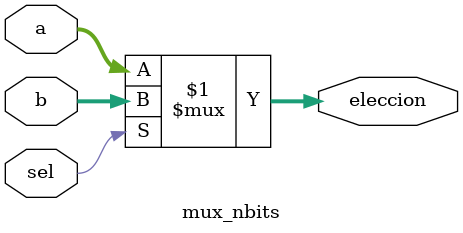
<source format=sv>
`ifndef MUX_NBITS_SV
`define MUX_NBITS_SV
module mux_nbits #(
    parameter int N = 16  // Ancho por defecto: 1 bit
) (
    input  logic [N-1:0] a,
    input  logic [N-1:0] b,
    input logic sel,
    output logic [N-1:0] eleccion
);
    assign eleccion = (sel) ? b : a; // sel 1 selecciona b, sel 0 selecciona a
endmodule

`endif

</source>
